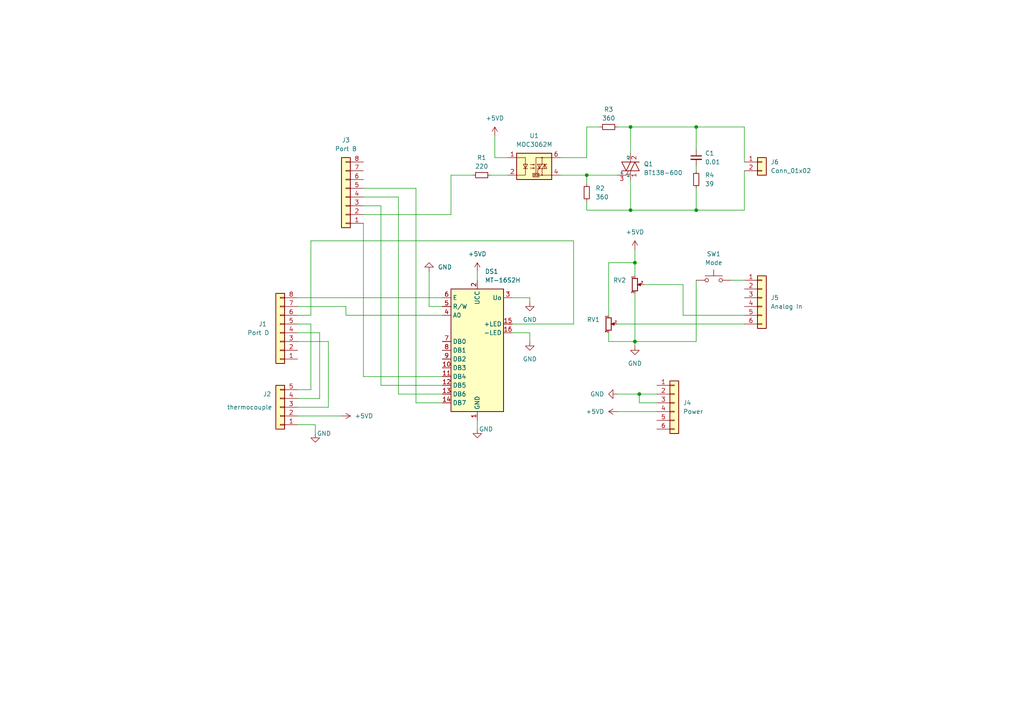
<source format=kicad_sch>
(kicad_sch (version 20230121) (generator eeschema)
  (paper "A4")
  (lib_symbols
    (symbol "Connector_Generic:Conn_01x02" (pin_names (offset 1.016) hide)
      (property "Reference" "J" (at 0 2.54 0))
      (property "Value" "Conn_01x02" (at 0 -5.08 0))
      (symbol "Conn_01x02_1_1"
        (rectangle (start -1.27 -2.413) (end 0 -2.667) (stroke (width 0.1524)))
        (rectangle (start -1.27 0.127) (end 0 -0.127) (stroke (width 0.1524)))
        (rectangle (start -1.27 1.27) (end 1.27 -3.81) (stroke (width 0.254)) (fill (type background)))
        (pin passive line (at -5.08 0 0) (length 3.81) (name "Pin_1") (number "1"))
        (pin passive line (at -5.08 -2.54 0) (length 3.81) (name "Pin_2") (number "2"))
      )
    )
    (symbol "Connector_Generic:Conn_01x05" (pin_names (offset 1.016) hide)
      (property "Reference" "J" (at 0 7.62 0))
      (property "Value" "Conn_01x05" (at 0 -7.62 0))
      (symbol "Conn_01x05_1_1"
        (rectangle (start -1.27 -4.953) (end 0 -5.207) (stroke (width 0.1524)))
        (rectangle (start -1.27 -2.413) (end 0 -2.667) (stroke (width 0.1524)))
        (rectangle (start -1.27 0.127) (end 0 -0.127) (stroke (width 0.1524)))
        (rectangle (start -1.27 2.667) (end 0 2.413) (stroke (width 0.1524)))
        (rectangle (start -1.27 5.207) (end 0 4.953) (stroke (width 0.1524)))
        (rectangle (start -1.27 6.35) (end 1.27 -6.35) (stroke (width 0.254)) (fill (type background)))
        (pin passive line (at -5.08 5.08 0) (length 3.81) (name "Pin_1") (number "1"))
        (pin passive line (at -5.08 2.54 0) (length 3.81) (name "Pin_2") (number "2"))
        (pin passive line (at -5.08 0 0) (length 3.81) (name "Pin_3") (number "3"))
        (pin passive line (at -5.08 -2.54 0) (length 3.81) (name "Pin_4") (number "4"))
        (pin passive line (at -5.08 -5.08 0) (length 3.81) (name "Pin_5") (number "5"))
      )
    )
    (symbol "Connector_Generic:Conn_01x06" (pin_names (offset 1.016) hide)
      (property "Reference" "J" (at 0 7.62 0))
      (property "Value" "Conn_01x06" (at 0 -10.16 0))
      (symbol "Conn_01x06_1_1"
        (rectangle (start -1.27 -7.493) (end 0 -7.747) (stroke (width 0.1524)))
        (rectangle (start -1.27 -4.953) (end 0 -5.207) (stroke (width 0.1524)))
        (rectangle (start -1.27 -2.413) (end 0 -2.667) (stroke (width 0.1524)))
        (rectangle (start -1.27 0.127) (end 0 -0.127) (stroke (width 0.1524)))
        (rectangle (start -1.27 2.667) (end 0 2.413) (stroke (width 0.1524)))
        (rectangle (start -1.27 5.207) (end 0 4.953) (stroke (width 0.1524)))
        (rectangle (start -1.27 6.35) (end 1.27 -8.89) (stroke (width 0.254)) (fill (type background)))
        (pin passive line (at -5.08 5.08 0) (length 3.81) (name "Pin_1") (number "1"))
        (pin passive line (at -5.08 2.54 0) (length 3.81) (name "Pin_2") (number "2"))
        (pin passive line (at -5.08 0 0) (length 3.81) (name "Pin_3") (number "3"))
        (pin passive line (at -5.08 -2.54 0) (length 3.81) (name "Pin_4") (number "4"))
        (pin passive line (at -5.08 -5.08 0) (length 3.81) (name "Pin_5") (number "5"))
        (pin passive line (at -5.08 -7.62 0) (length 3.81) (name "Pin_6") (number "6"))
      )
    )
    (symbol "Connector_Generic:Conn_01x08" (pin_names (offset 1.016) hide)
      (property "Reference" "J" (at 0 10.16 0))
      (property "Value" "Conn_01x08" (at 0 -12.7 0))
      (symbol "Conn_01x08_1_1"
        (rectangle (start -1.27 -10.033) (end 0 -10.287) (stroke (width 0.1524)))
        (rectangle (start -1.27 -7.493) (end 0 -7.747) (stroke (width 0.1524)))
        (rectangle (start -1.27 -4.953) (end 0 -5.207) (stroke (width 0.1524)))
        (rectangle (start -1.27 -2.413) (end 0 -2.667) (stroke (width 0.1524)))
        (rectangle (start -1.27 0.127) (end 0 -0.127) (stroke (width 0.1524)))
        (rectangle (start -1.27 2.667) (end 0 2.413) (stroke (width 0.1524)))
        (rectangle (start -1.27 5.207) (end 0 4.953) (stroke (width 0.1524)))
        (rectangle (start -1.27 7.747) (end 0 7.493) (stroke (width 0.1524)))
        (rectangle (start -1.27 8.89) (end 1.27 -11.43) (stroke (width 0.254)) (fill (type background)))
        (pin passive line (at -5.08 7.62 0) (length 3.81) (name "Pin_1") (number "1"))
        (pin passive line (at -5.08 5.08 0) (length 3.81) (name "Pin_2") (number "2"))
        (pin passive line (at -5.08 2.54 0) (length 3.81) (name "Pin_3") (number "3"))
        (pin passive line (at -5.08 0 0) (length 3.81) (name "Pin_4") (number "4"))
        (pin passive line (at -5.08 -2.54 0) (length 3.81) (name "Pin_5") (number "5"))
        (pin passive line (at -5.08 -5.08 0) (length 3.81) (name "Pin_6") (number "6"))
        (pin passive line (at -5.08 -7.62 0) (length 3.81) (name "Pin_7") (number "7"))
        (pin passive line (at -5.08 -10.16 0) (length 3.81) (name "Pin_8") (number "8"))
      )
    )
    (symbol "Device:C_Small" (pin_numbers hide) (pin_names (offset 0.254) hide)
      (property "Reference" "C" (at 0.254 1.778 0))
      (property "Value" "C_Small" (at 0.254 -2.032 0))
      (symbol "C_Small_0_1"
        (polyline (pts (xy -1.524 -0.508) (xy 1.524 -0.508)) (stroke (width 0.3302)))
        (polyline (pts (xy -1.524 0.508) (xy 1.524 0.508)) (stroke (width 0.3048)))
      )
      (symbol "C_Small_1_1"
        (pin passive line (at 0 2.54 270) (length 2.032) (name "~") (number "1"))
        (pin passive line (at 0 -2.54 90) (length 2.032) (name "~") (number "2"))
      )
    )
    (symbol "Device:R_Potentiometer_Small" (pin_names (offset 1.016) hide)
      (property "Reference" "RV" (at -4.445 0 90))
      (property "Value" "R_Potentiometer_Small" (at -2.54 0 90))
      (symbol "R_Potentiometer_Small_0_1"
        (polyline (pts (xy 0.889 0) (xy 0.635 0) (xy 1.651 0.381) (xy 1.651 -0.381) (xy 0.635 0) (xy 0.889 0)) (fill (type outline)))
        (rectangle (start 0.762 1.8034) (end -0.762 -1.8034) (stroke (width 0.254)))
      )
      (symbol "R_Potentiometer_Small_1_1"
        (pin passive line (at 0 2.54 270) (length 0.635) (name "1") (number "1"))
        (pin passive line (at 2.54 0 180) (length 0.9906) (name "2") (number "2"))
        (pin passive line (at 0 -2.54 90) (length 0.635) (name "3") (number "3"))
      )
    )
    (symbol "Device:R_Small" (pin_numbers hide) (pin_names (offset 0.254) hide)
      (property "Reference" "R" (at 0.762 0.508 0))
      (property "Value" "R_Small" (at 0.762 -1.016 0))
      (symbol "R_Small_0_1"
        (rectangle (start -0.762 1.778) (end 0.762 -1.778) (stroke (width 0.2032)))
      )
      (symbol "R_Small_1_1"
        (pin passive line (at 0 2.54 270) (length 0.762) (name "~") (number "1"))
        (pin passive line (at 0 -2.54 90) (length 0.762) (name "~") (number "2"))
      )
    )
    (symbol "Relay_SolidState:MOC3062M"
      (property "Reference" "U" (at -5.08 5.08 0))
      (property "Value" "MOC3062M" (at 0 5.08 0))
      (symbol "MOC3062M_0_0"
        (rectangle (start -0.381 -2.032) (end 1.397 -3.048))
        (polyline (pts (xy 2.286 -2.54) (xy 1.397 -2.54)))
        (polyline (pts (xy 1.524 -0.635) (xy 1.016 -1.016) (xy 1.016 -2.032)))
        (text "ZCD" (at 0.508 -2.54 0) (effects (font (size 0.508 0.508))))
      )
      (symbol "MOC3062M_0_1"
        (rectangle (start -5.08 3.81) (end 5.08 -3.81) (stroke (width 0.254)) (fill (type background)))
        (polyline (pts (xy -3.175 -0.635) (xy -1.905 -0.635)))
        (polyline (pts (xy 1.524 -0.635) (xy 1.524 0.635)))
        (polyline (pts (xy 3.048 0.635) (xy 3.048 -0.635)))
        (polyline (pts (xy 2.286 -0.635) (xy 2.286 -2.54) (xy 5.08 -2.54)))
        (polyline (pts (xy 2.286 0.635) (xy 2.286 2.54) (xy 5.08 2.54)))
        (polyline (pts (xy 2.286 2.54) (xy 0.508 2.54) (xy 0.508 -2.032)))
        (polyline (pts (xy -5.08 2.54) (xy -2.54 2.54) (xy -2.54 -2.54) (xy -5.08 -2.54)))
        (polyline (pts (xy -2.54 -0.635) (xy -3.175 0.635) (xy -1.905 0.635) (xy -2.54 -0.635)))
        (polyline (pts (xy 0.889 -0.635) (xy 3.683 -0.635) (xy 3.048 0.635) (xy 2.413 -0.635)))
        (polyline (pts (xy 3.683 0.635) (xy 0.889 0.635) (xy 1.524 -0.635) (xy 2.159 0.635)))
        (polyline (pts (xy -1.143 -0.508) (xy 0.127 -0.508) (xy -0.254 -0.635) (xy -0.254 -0.381) (xy 0.127 -0.508)))
        (polyline (pts (xy -1.143 0.508) (xy 0.127 0.508) (xy -0.254 0.381) (xy -0.254 0.635) (xy 0.127 0.508)))
        (circle (center 2.286 -2.54) (radius 0.127))
        (circle (center 2.286 2.54) (radius 0.127))
      )
      (symbol "MOC3062M_1_1"
        (pin passive line (at -7.62 2.54 0) (length 2.54) (name "~") (number "1"))
        (pin passive line (at -7.62 -2.54 0) (length 2.54) (name "~") (number "2"))
        (pin no_connect line (at -5.08 0 0) (length 2.54) hide (name "NC") (number "3"))
        (pin passive line (at 7.62 -2.54 180) (length 2.54) (name "~") (number "4"))
        (pin no_connect line (at 5.08 0 180) (length 2.54) hide (name "NC") (number "5"))
        (pin passive line (at 7.62 2.54 180) (length 2.54) (name "~") (number "6"))
      )
    )
    (symbol "Switch:SW_Push" (pin_numbers hide) (pin_names (offset 1.016) hide)
      (property "Reference" "SW" (at 1.27 2.54 0))
      (property "Value" "SW_Push" (at 0 -1.524 0))
      (symbol "SW_Push_0_1"
        (circle (center -2.032 0) (radius 0.508))
        (polyline (pts (xy 0 1.27) (xy 0 3.048)))
        (polyline (pts (xy 2.54 1.27) (xy -2.54 1.27)))
        (circle (center 2.032 0) (radius 0.508))
        (pin passive line (at -5.08 0 0) (length 2.54) (name "1") (number "1"))
        (pin passive line (at 5.08 0 180) (length 2.54) (name "2") (number "2"))
      )
    )
    (symbol "Triac_Thyristor:BT138-600" (pin_names (offset 0))
      (property "Reference" "Q" (at 5.08 1.905 0))
      (property "Value" "BT138-600" (at 5.08 0 0))
      (symbol "BT138-600_0_1"
        (polyline (pts (xy -2.54 -1.27) (xy 2.54 -1.27)) (stroke (width 0.2032)))
        (polyline (pts (xy -2.54 1.27) (xy 2.54 1.27)) (stroke (width 0.2032)))
        (polyline (pts (xy -1.27 -2.54) (xy -0.635 -1.27)))
        (polyline (pts (xy -2.54 1.27) (xy -1.27 -1.27) (xy 0 1.27)) (stroke (width 0.2032)))
        (polyline (pts (xy 0 -1.27) (xy 1.27 1.27) (xy 2.54 -1.27)) (stroke (width 0.2032)))
      )
      (symbol "BT138-600_1_1"
        (pin passive line (at 0 -3.81 90) (length 2.54) (name "A1") (number "1"))
        (pin passive line (at 0 3.81 270) (length 2.54) (name "A2") (number "2"))
        (pin input line (at -3.81 -2.54 0) (length 2.54) (name "G") (number "3"))
      )
    )
    (symbol "power:+5VD" (power) (pin_names (offset 0))
      (property "Value" "+5VD" (at 0 3.556 0))
      (symbol "+5VD_0_1"
        (polyline (pts (xy -0.762 1.27) (xy 0 2.54)))
        (polyline (pts (xy 0 0) (xy 0 2.54)))
        (polyline (pts (xy 0 2.54) (xy 0.762 1.27)))
      )
      (symbol "+5VD_1_1"
        (pin power_in line (at 0 0 90) (length 0) hide (name "+5VD") (number "1"))
      )
    )
    (symbol "power:GND" (power) (pin_names (offset 0))
      (property "Value" "GND" (at 0 -3.81 0))
      (symbol "GND_0_1"
        (polyline (pts (xy 0 0) (xy 0 -1.27) (xy 1.27 -1.27) (xy 0 -2.54) (xy -1.27 -1.27) (xy 0 -1.27)))
      )
      (symbol "GND_1_1"
        (pin power_in line (at 0 0 270) (length 0) hide (name "GND") (number "1"))
      )
    )
    (symbol "thermst:MT16S2H"
      (property "Reference" "DS" (at -5.842 19.05 0))
      (property "Value" "MT-16S2H" (at 5.334 19.05 0))
      (symbol "MT16S2H_1_1"
        (rectangle (start -7.62 17.78) (end 7.62 -17.78) (stroke (width 0.254)) (fill (type background)))
        (pin power_in line (at 0 -20.32 90) (length 2.54) (name "GND") (number "1"))
        (pin input line (at -10.16 -5.08 0) (length 2.54) (name "DB3") (number "10"))
        (pin input line (at -10.16 -7.62 0) (length 2.54) (name "DB4") (number "11"))
        (pin input line (at -10.16 -10.16 0) (length 2.54) (name "DB5") (number "12"))
        (pin input line (at -10.16 -12.7 0) (length 2.54) (name "DB6") (number "13"))
        (pin input line (at -10.16 -15.24 0) (length 2.54) (name "DB7") (number "14"))
        (pin power_in line (at 10.16 7.62 180) (length 2.54) (name "+LED") (number "15"))
        (pin power_in line (at 10.16 5.08 180) (length 2.54) (name "-LED") (number "16"))
        (pin power_in line (at 0 20.32 270) (length 2.54) (name "UCC") (number "2"))
        (pin input line (at 10.16 15.24 180) (length 2.54) (name "Uo") (number "3"))
        (pin input line (at -10.16 10.16 0) (length 2.54) (name "A0") (number "4"))
        (pin input line (at -10.16 12.7 0) (length 2.54) (name "R/W") (number "5"))
        (pin input line (at -10.16 15.24 0) (length 2.54) (name "E") (number "6"))
        (pin input line (at -10.16 2.54 0) (length 2.54) (name "DB0") (number "7"))
        (pin input line (at -10.16 0 0) (length 2.54) (name "DB1") (number "8"))
        (pin input line (at -10.16 -2.54 0) (length 2.54) (name "DB2") (number "9"))
      )
    )
  )
  (junction (at 185.42 114.3))
  (junction (at 184.15 76.2))
  (junction (at 184.15 99.06))
  (junction (at 201.93 36.83))
  (junction (at 182.88 60.96))
  (junction (at 170.18 50.8))
  (junction (at 201.93 60.96))
  (junction (at 182.88 36.83))
  (wire (pts (xy 170.18 50.8) (xy 179.07 50.8)))
  (wire (pts (xy 201.93 99.06) (xy 184.15 99.06)))
  (wire (pts (xy 105.41 64.77) (xy 105.41 109.22)))
  (wire (pts (xy 143.51 45.72) (xy 147.32 45.72)))
  (wire (pts (xy 170.18 45.72) (xy 170.18 36.83)))
  (wire (pts (xy 86.36 118.11) (xy 95.25 118.11)))
  (wire (pts (xy 201.93 36.83) (xy 215.9 36.83)))
  (wire (pts (xy 215.9 36.83) (xy 215.9 46.99)))
  (wire (pts (xy 182.88 36.83) (xy 201.93 36.83)))
  (wire (pts (xy 184.15 99.06) (xy 184.15 100.33)))
  (wire (pts (xy 130.81 50.8) (xy 137.16 50.8)))
  (wire (pts (xy 120.65 54.61) (xy 120.65 116.84)))
  (wire (pts (xy 130.81 62.23) (xy 105.41 62.23)))
  (wire (pts (xy 138.43 78.74) (xy 138.43 81.28)))
  (wire (pts (xy 138.43 121.92) (xy 138.43 124.46)))
  (wire (pts (xy 176.53 99.06) (xy 184.15 99.06)))
  (wire (pts (xy 190.5 114.3) (xy 185.42 114.3)))
  (wire (pts (xy 215.9 49.53) (xy 215.9 60.96)))
  (wire (pts (xy 201.93 81.28) (xy 201.93 99.06)))
  (wire (pts (xy 148.59 86.36) (xy 153.67 86.36)))
  (wire (pts (xy 90.17 69.85) (xy 90.17 91.44)))
  (wire (pts (xy 201.93 54.61) (xy 201.93 60.96)))
  (wire (pts (xy 170.18 60.96) (xy 182.88 60.96)))
  (wire (pts (xy 176.53 96.52) (xy 176.53 99.06)))
  (wire (pts (xy 170.18 50.8) (xy 162.56 50.8)))
  (wire (pts (xy 115.57 57.15) (xy 115.57 114.3)))
  (wire (pts (xy 166.37 93.98) (xy 166.37 69.85)))
  (wire (pts (xy 100.33 88.9) (xy 86.36 88.9)))
  (wire (pts (xy 105.41 59.69) (xy 110.49 59.69)))
  (wire (pts (xy 110.49 111.76) (xy 128.27 111.76)))
  (wire (pts (xy 153.67 96.52) (xy 153.67 99.06)))
  (wire (pts (xy 176.53 76.2) (xy 176.53 91.44)))
  (wire (pts (xy 100.33 91.44) (xy 128.27 91.44)))
  (wire (pts (xy 184.15 76.2) (xy 184.15 80.01)))
  (wire (pts (xy 198.12 82.55) (xy 198.12 91.44)))
  (wire (pts (xy 148.59 93.98) (xy 166.37 93.98)))
  (wire (pts (xy 201.93 48.26) (xy 201.93 49.53)))
  (wire (pts (xy 115.57 114.3) (xy 128.27 114.3)))
  (wire (pts (xy 86.36 93.98) (xy 90.17 93.98)))
  (wire (pts (xy 86.36 123.19) (xy 91.44 123.19)))
  (wire (pts (xy 92.71 96.52) (xy 86.36 96.52)))
  (wire (pts (xy 95.25 118.11) (xy 95.25 99.06)))
  (wire (pts (xy 170.18 36.83) (xy 173.99 36.83)))
  (wire (pts (xy 179.07 93.98) (xy 215.9 93.98)))
  (wire (pts (xy 215.9 60.96) (xy 201.93 60.96)))
  (wire (pts (xy 184.15 85.09) (xy 184.15 99.06)))
  (wire (pts (xy 100.33 91.44) (xy 100.33 88.9)))
  (wire (pts (xy 124.46 78.74) (xy 124.46 88.9)))
  (wire (pts (xy 184.15 72.39) (xy 184.15 76.2)))
  (wire (pts (xy 90.17 91.44) (xy 86.36 91.44)))
  (wire (pts (xy 179.07 36.83) (xy 182.88 36.83)))
  (wire (pts (xy 170.18 50.8) (xy 170.18 53.34)))
  (wire (pts (xy 110.49 59.69) (xy 110.49 111.76)))
  (wire (pts (xy 105.41 57.15) (xy 115.57 57.15)))
  (wire (pts (xy 201.93 60.96) (xy 182.88 60.96)))
  (wire (pts (xy 201.93 36.83) (xy 201.93 43.18)))
  (wire (pts (xy 148.59 96.52) (xy 153.67 96.52)))
  (wire (pts (xy 170.18 45.72) (xy 162.56 45.72)))
  (wire (pts (xy 142.24 50.8) (xy 147.32 50.8)))
  (wire (pts (xy 86.36 86.36) (xy 128.27 86.36)))
  (wire (pts (xy 86.36 99.06) (xy 95.25 99.06)))
  (wire (pts (xy 105.41 54.61) (xy 120.65 54.61)))
  (wire (pts (xy 182.88 36.83) (xy 182.88 44.45)))
  (wire (pts (xy 176.53 76.2) (xy 184.15 76.2)))
  (wire (pts (xy 86.36 120.65) (xy 99.06 120.65)))
  (wire (pts (xy 212.09 81.28) (xy 215.9 81.28)))
  (wire (pts (xy 186.69 82.55) (xy 198.12 82.55)))
  (wire (pts (xy 90.17 93.98) (xy 90.17 113.03)))
  (wire (pts (xy 130.81 50.8) (xy 130.81 62.23)))
  (wire (pts (xy 143.51 39.37) (xy 143.51 45.72)))
  (wire (pts (xy 166.37 69.85) (xy 90.17 69.85)))
  (wire (pts (xy 105.41 109.22) (xy 128.27 109.22)))
  (wire (pts (xy 91.44 123.19) (xy 91.44 125.73)))
  (wire (pts (xy 92.71 115.57) (xy 86.36 115.57)))
  (wire (pts (xy 185.42 116.84) (xy 185.42 114.3)))
  (wire (pts (xy 86.36 113.03) (xy 90.17 113.03)))
  (wire (pts (xy 124.46 88.9) (xy 128.27 88.9)))
  (wire (pts (xy 170.18 58.42) (xy 170.18 60.96)))
  (wire (pts (xy 92.71 96.52) (xy 92.71 115.57)))
  (wire (pts (xy 190.5 119.38) (xy 179.07 119.38)))
  (wire (pts (xy 120.65 116.84) (xy 128.27 116.84)))
  (wire (pts (xy 153.67 86.36) (xy 153.67 87.63)))
  (wire (pts (xy 182.88 60.96) (xy 182.88 52.07)))
  (wire (pts (xy 198.12 91.44) (xy 215.9 91.44)))
  (wire (pts (xy 185.42 114.3) (xy 179.07 114.3)))
  (wire (pts (xy 190.5 116.84) (xy 185.42 116.84)))
  (symbol (lib_id "power:GND") (at 153.67 87.63 0) (unit 1)
    (property "Reference" "#PWR06" (effects hide))
    (property "Value" "GND" (at 153.67 92.71 0))
  )
  (symbol (lib_id "thermst:MT16S2H") (at 138.43 101.6 0) (unit 1)
    (property "Reference" "DS1" (at 140.6241 78.74 0) (effects (justify left)))
    (property "Value" "MT-16S2H" (at 140.6241 81.28 0) (effects (justify left)))
    (property "Footprint" "thermst:MT16S2H" (effects hide))
    (property "Datasheet" "https://www.melt.com.ru/pdf/mt-16s2h.pdf" (effects hide))
  )
  (symbol (lib_id "power:GND") (at 91.44 125.73 0) (unit 1)
    (property "Reference" "#PWR02" (effects hide))
    (property "Value" "GND" (at 93.98 125.73 0))
  )
  (symbol (lib_id "Connector_Generic:Conn_01x02") (at 220.98 46.99 0) (unit 1)
    (property "Reference" "J6" (at 223.52 46.99 0) (effects (justify left)))
    (property "Value" "Conn_01x02" (at 223.52 49.53 0) (effects (justify left)))
    (property "Footprint" "Connector_Wire:SolderWire-0.75sqmm_1x02_P4.8mm_D1.25mm_OD2.3mm" (effects hide))
  )
  (symbol (lib_id "power:+5VD") (at 138.43 78.74 0) (unit 1)
    (property "Reference" "#PWR04" (effects hide))
    (property "Value" "+5VD" (at 138.43 73.66 0))
  )
  (symbol (lib_id "power:+5VD") (at 179.07 119.38 90) (unit 1)
    (property "Reference" "#PWR010" (effects hide))
    (property "Value" "+5VD" (at 175.26 119.38 90) (effects (justify left)))
  )
  (symbol (lib_id "Device:R_Small") (at 201.93 52.07 0) (unit 1)
    (property "Reference" "R4" (at 204.47 50.8 0) (effects (justify left)))
    (property "Value" "39" (at 204.47 53.34 0) (effects (justify left)))
    (property "Footprint" "Resistor_THT:R_Axial_DIN0414_L11.9mm_D4.5mm_P15.24mm_Horizontal" (effects hide))
  )
  (symbol (lib_id "Device:C_Small") (at 201.93 45.72 0) (unit 1)
    (property "Reference" "C1" (at 204.47 44.4563 0) (effects (justify left)))
    (property "Value" "0.01" (at 204.47 46.9963 0) (effects (justify left)))
    (property "Footprint" "Capacitor_THT:C_Rect_L13.0mm_W4.0mm_P10.00mm_FKS3_FKP3_MKS4" (effects hide))
  )
  (symbol (lib_id "Device:R_Potentiometer_Small") (at 176.53 93.98 0) (unit 1)
    (property "Reference" "RV1" (at 173.99 92.71 0) (effects (justify right)))
    (property "Value" "Temperature" (effects hide))
    (property "Footprint" "Potentiometer_THT:Potentiometer_ACP_CA9-V10_Vertical" (effects hide))
  )
  (symbol (lib_id "power:GND") (at 153.67 99.06 0) (unit 1)
    (property "Reference" "#PWR07" (effects hide))
    (property "Value" "GND" (at 153.67 104.14 0))
  )
  (symbol (lib_id "Connector_Generic:Conn_01x06") (at 195.58 116.84 0) (unit 1)
    (property "Reference" "J4" (at 198.12 116.84 0) (effects (justify left)))
    (property "Value" "Power" (at 198.12 119.38 0) (effects (justify left)))
    (property "Footprint" "Connector_PinHeader_2.54mm:PinHeader_1x06_P2.54mm_Vertical" (effects hide))
  )
  (symbol (lib_id "Connector_Generic:Conn_01x05") (at 81.28 118.11 180) (unit 1)
    (property "Reference" "J2" (at 77.47 114.3 0))
    (property "Value" "thermocouple" (at 72.39 118.11 0))
    (property "Footprint" "Connector_PinHeader_2.54mm:PinHeader_1x05_P2.54mm_Horizontal" (effects hide))
  )
  (symbol (lib_id "Switch:SW_Push") (at 207.01 81.28 0) (unit 1)
    (property "Reference" "SW1" (at 207.01 73.66 0))
    (property "Value" "Mode" (at 207.01 76.2 0))
    (property "Footprint" "Button_Switch_THT:SW_PUSH_6mm_H13mm" (effects hide))
  )
  (symbol (lib_id "Connector_Generic:Conn_01x08") (at 100.33 57.15 180) (unit 1)
    (property "Reference" "J3" (at 100.33 40.64 0))
    (property "Value" "Port B" (at 100.33 43.18 0))
    (property "Footprint" "Connector_PinHeader_2.54mm:PinHeader_1x08_P2.54mm_Vertical" (effects hide))
  )
  (symbol (lib_id "power:GND") (at 184.15 100.33 0) (unit 1)
    (property "Reference" "#PWR012" (effects hide))
    (property "Value" "GND" (at 184.15 105.41 0))
  )
  (symbol (lib_id "power:+5VD") (at 143.51 39.37 0) (unit 1)
    (property "Reference" "#PWR08" (effects hide))
    (property "Value" "+5VD" (at 143.51 34.29 0))
  )
  (symbol (lib_id "Connector_Generic:Conn_01x08") (at 81.28 96.52 180) (unit 1)
    (property "Reference" "J1" (at 76.2 93.98 0))
    (property "Value" "Port D" (at 74.93 96.52 0))
    (property "Footprint" "Connector_PinHeader_2.54mm:PinHeader_1x08_P2.54mm_Vertical" (effects hide))
  )
  (symbol (lib_id "power:+5VD") (at 184.15 72.39 0) (unit 1)
    (property "Reference" "#PWR011" (effects hide))
    (property "Value" "+5VD" (at 184.15 67.31 0))
  )
  (symbol (lib_id "Relay_SolidState:MOC3062M") (at 154.94 48.26 0) (unit 1)
    (property "Reference" "U1" (at 154.94 39.37 0))
    (property "Value" "MOC3062M" (at 154.94 41.91 0))
    (property "Footprint" "Package_DIP:DIP-6_W7.62mm" (effects hide))
    (property "Datasheet" "https://www.onsemi.com/pub/Collateral/MOC3163M-D.pdf" (effects hide))
  )
  (symbol (lib_id "Triac_Thyristor:BT138-600") (at 182.88 48.26 0) (unit 1)
    (property "Reference" "Q1" (at 186.69 47.5742 0) (effects (justify left)))
    (property "Value" "BT138-600" (at 186.69 50.1142 0) (effects (justify left)))
    (property "Footprint" "Package_TO_SOT_THT:TO-220-3_Vertical" (effects hide))
    (property "Datasheet" "https://assets.nexperia.com/documents/data-sheet/BT138_SER_D_E.pdf" (effects hide))
  )
  (symbol (lib_id "power:+5VD") (at 99.06 120.65 270) (unit 1)
    (property "Reference" "#PWR01" (effects hide))
    (property "Value" "+5VD" (at 102.87 120.65 90) (effects (justify left)))
  )
  (symbol (lib_id "Device:R_Small") (at 176.53 36.83 90) (unit 1)
    (property "Reference" "R3" (at 176.53 31.75 90))
    (property "Value" "360" (at 176.53 34.29 90))
    (property "Footprint" "Resistor_THT:R_Axial_DIN0414_L11.9mm_D4.5mm_P15.24mm_Horizontal" (effects hide))
  )
  (symbol (lib_id "Device:R_Small") (at 170.18 55.88 0) (unit 1)
    (property "Reference" "R2" (at 172.72 54.61 0) (effects (justify left)))
    (property "Value" "360" (at 172.72 57.15 0) (effects (justify left)))
    (property "Footprint" "Resistor_THT:R_Axial_DIN0414_L11.9mm_D4.5mm_P15.24mm_Horizontal" (effects hide))
  )
  (symbol (lib_id "Device:R_Potentiometer_Small") (at 184.15 82.55 0) (unit 1)
    (property "Reference" "RV2" (at 181.61 81.28 0) (effects (justify right)))
    (property "Value" "Power" (effects hide))
    (property "Footprint" "Potentiometer_THT:Potentiometer_ACP_CA9-V10_Vertical" (effects hide))
  )
  (symbol (lib_id "Device:R_Small") (at 139.7 50.8 90) (unit 1)
    (property "Reference" "R1" (at 139.7 45.72 90))
    (property "Value" "220" (at 139.7 48.26 90))
    (property "Footprint" "Resistor_THT:R_Axial_DIN0309_L9.0mm_D3.2mm_P12.70mm_Horizontal" (effects hide))
  )
  (symbol (lib_id "power:GND") (at 179.07 114.3 270) (unit 1)
    (property "Reference" "#PWR09" (effects hide))
    (property "Value" "GND" (at 175.26 114.3 90) (effects (justify right)))
  )
  (symbol (lib_id "Connector_Generic:Conn_01x06") (at 220.98 86.36 0) (unit 1)
    (property "Reference" "J5" (at 223.52 86.36 0) (effects (justify left)))
    (property "Value" "Analog In" (at 223.52 88.9 0) (effects (justify left)))
    (property "Footprint" "Connector_PinHeader_2.54mm:PinHeader_1x06_P2.54mm_Vertical" (effects hide))
  )
  (symbol (lib_id "power:GND") (at 124.46 78.74 180) (unit 1)
    (property "Reference" "#PWR03" (effects hide))
    (property "Value" "GND" (at 127 77.47 0) (effects (justify right)))
  )
  (symbol (lib_id "power:GND") (at 138.43 124.46 0) (unit 1)
    (property "Reference" "#PWR05" (effects hide))
    (property "Value" "GND" (at 140.97 124.46 0))
  )
)
</source>
